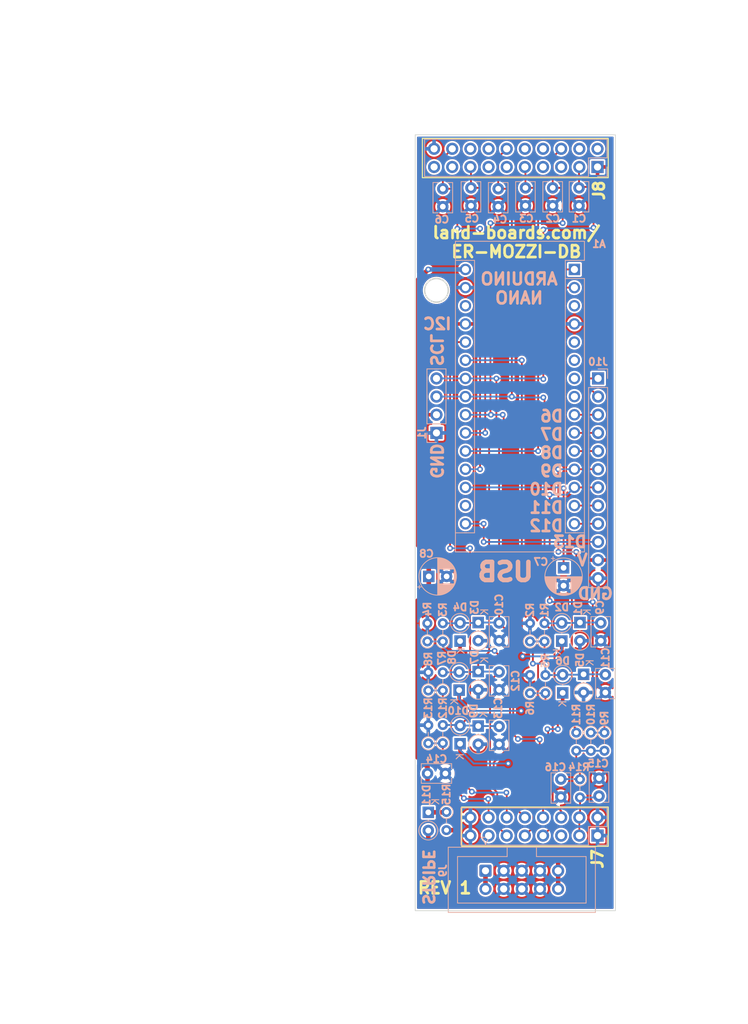
<source format=kicad_pcb>
(kicad_pcb (version 20211014) (generator pcbnew)
  (title_block (title "EURORACK MOZZI DAUGHTERCARD") (date "2022-10-29") (rev "1") (company "LAND BOARDS, LLC") (comment 1 "4 POTS, 5 JACKS"))
  (layers (0 "F.Cu" signal) (31 "B.Cu" signal) (34 "B.Paste" user) (35 "F.Paste" user) (36 "B.SilkS" user "B.Silkscreen") (37 "F.SilkS" user "F.Silkscreen") (38 "B.Mask" user) (39 "F.Mask" user) (44 "Edge.Cuts" user))
  (net 0 "")
  (net 1 "/POT2-2")
  (net 3 "/POT3-2")
  (net 5 "/POT1-2")
  (net 6 "/J1-T")
  (net 7 "/J2-T")
  (net 8 "/J3-T")
  (net 9 "/J4-T")
  (net 10 "GND")
  (net 11 "/J1-R_N")
  (net 12 "/J2-R_N")
  (net 13 "/J3-R_N")
  (net 14 "/J4-R_N")
  (net 15 "/J5-R_N")
  (net 16 "/J6-R_N")
  (net 18 "/J5-T")
  (net 19 "+12V")
  (net 20 "+5V")
  (net 23 "-12V")
  (net 26 "+12P")
  (net 27 "Net-(A1-Pad25)")
  (net 28 "Net-(A1-Pad26)")
  (net 29 "Net-(A1-Pad18)")
  (net 30 "/D13")
  (net 31 "/D12")
  (net 32 "/D11")
  (net 33 "/D10")
  (net 34 "/D9")
  (net 35 "/D8")
  (net 36 "/D7")
  (net 37 "/D6")
  (net 38 "/D0_RX")
  (net 39 "/D1_TX")
  (net 40 "Net-(C16-Pad1)")
  (net 41 "Net-(D11-Pad1)")
  (net 42 "/POT6-1")
  (net 43 "/POT6-3")
  (net 44 "/POT4-1")
  (net 45 "/POT4-3")
  (net 46 "/POT2-1")
  (net 47 "/POT2-3")
  (net 48 "/POT5-1")
  (net 49 "/POT5-3")
  (net 50 "/POT3-1")
  (net 51 "/POT3-3")
  (net 52 "/POT1-1")
  (net 53 "/POT1-3")
  (footprint "Diode_THT:D_DO-35_SOD27_P2.54mm_Vertical_KathodeUp" (layer "B.Cu") (at 118.999 80.800686 90)
    (fp_text reference "D2")
    (fp_text value "BAT41")
  )
  (footprint "Diode_THT:D_DO-35_SOD27_P2.54mm_Vertical_KathodeUp" (layer "B.Cu") (at 119.126 88.039686 90)
    (fp_text reference "D6")
    (fp_text value "BAT41")
  )
  (footprint "Capacitor_THT:C_Rect_L4.0mm_W2.5mm_P2.50mm" (layer "B.Cu") (at 121.412 17.419 -90)
    (fp_text reference "C1")
    (fp_text value "0.1uF")
  )
  (footprint "Resistor_THT:R_Axial_DIN0204_L3.6mm_D1.6mm_P2.54mm_Vertical" (layer "B.Cu") (at 114.554 80.849 90)
    (fp_text reference "R2")
    (fp_text value "100K")
  )
  (footprint "Capacitor_THT:C_Rect_L4.0mm_W2.5mm_P2.50mm" (layer "B.Cu") (at 110.236 92.72999 -90)
    (fp_text reference "C13")
    (fp_text value "0.1uF")
  )
  (footprint "Capacitor_THT:C_Rect_L4.0mm_W2.5mm_P2.50mm" (layer "B.Cu") (at 100.223 99.314)
    (fp_text reference "C14")
    (fp_text value "0.1uF")
  )
  (footprint "Resistor_THT:R_Axial_DIN0204_L3.6mm_D1.6mm_P2.54mm_Vertical" (layer "B.Cu") (at 123.063 93.599 -90)
    (fp_text reference "R10")
    (fp_text value "1M")
  )
  (footprint "Resistor_THT:R_Axial_DIN0204_L3.6mm_D1.6mm_P2.54mm_Vertical" (layer "B.Cu") (at 102.362 80.849 90)
    (fp_text reference "R3")
    (fp_text value "10K")
  )
  (footprint "Resistor_THT:R_Axial_DIN0204_L3.6mm_D1.6mm_P2.54mm_Vertical" (layer "B.Cu") (at 102.362 87.707 90)
    (fp_text reference "R7")
    (fp_text value "10K")
  )
  (footprint "Capacitor_THT:C_Rect_L4.0mm_W2.5mm_P2.50mm" (layer "B.Cu") (at 110.109 17.546 -90)
    (fp_text reference "C4")
    (fp_text value "0.1uF")
  )
  (footprint "Resistor_THT:R_Axial_DIN0204_L3.6mm_D1.6mm_P2.54mm_Vertical" (layer "B.Cu") (at 102.87 104.698013 -90)
    (fp_text reference "R15")
    (fp_text value "10")
  )
  (footprint "Diode_THT:D_DO-35_SOD27_P2.54mm_Vertical_KathodeUp" (layer "B.Cu") (at 122.047 85.442315 -90)
    (fp_text reference "D5")
    (fp_text value "BAT41")
  )
  (footprint "Resistor_THT:R_Axial_DIN0204_L3.6mm_D1.6mm_P2.54mm_Vertical" (layer "B.Cu") (at 100.33 95.096 90)
    (fp_text reference "R13")
    (fp_text value "100K")
  )
  (footprint "Capacitor_THT:C_Rect_L4.0mm_W2.5mm_P2.50mm" (layer "B.Cu") (at 113.919 17.419 -90)
    (fp_text reference "C3")
    (fp_text value "0.1uF")
  )
  (footprint "Module:Arduino_Nano" (layer "B.Cu") (at 120.766992 28.829 180)
    (fp_text reference "A1")
    (fp_text value "Arduino_Nano_v3.x")
  )
  (footprint "Resistor_THT:R_Axial_DIN0204_L3.6mm_D1.6mm_P2.54mm_Vertical" (layer "B.Cu") (at 100.203 80.849 90)
    (fp_text reference "R4")
    (fp_text value "100K")
  )
  (footprint "Diode_THT:D_DO-35_SOD27_P2.54mm_Vertical_KathodeUp" (layer "B.Cu") (at 107.315 92.681315 -90)
    (fp_text reference "D9")
    (fp_text value "BAT41")
  )
  (footprint "Resistor_THT:R_Axial_DIN0204_L3.6mm_D1.6mm_P2.54mm_Vertical" (layer "B.Cu") (at 121.539 100.126 -90)
    (fp_text reference "R14")
    (fp_text value "3.9K")
  )
  (footprint "Capacitor_THT:C_Rect_L4.0mm_W2.5mm_P2.50mm" (layer "B.Cu") (at 124.206 102.46901 90)
    (fp_text reference "C15")
    (fp_text value "10nF")
  )
  (footprint "Capacitor_THT:C_Rect_L4.0mm_W2.5mm_P2.50mm" (layer "B.Cu") (at 110.236 78.252 -90)
    (fp_text reference "C10")
    (fp_text value "0.1uF")
  )
  (footprint "Diode_THT:D_DO-35_SOD27_P2.54mm_Vertical_KathodeUp" (layer "B.Cu") (at 107.315 85.061315 -90)
    (fp_text reference "D7")
    (fp_text value "BAT41")
  )
  (footprint "Resistor_THT:R_Axial_DIN0204_L3.6mm_D1.6mm_P2.54mm_Vertical" (layer "B.Cu") (at 114.554 88.088 90)
    (fp_text reference "R6")
    (fp_text value "100K")
  )
  (footprint "Connector_PinHeader_2.54mm:PinHeader_1x04_P2.54mm_Vertical" (layer "B.Cu") (at 101.473 51.689)
    (fp_text reference "J1")
    (fp_text value "Conn_01x04")
  )
  (footprint "Capacitor_THT:C_Rect_L4.0mm_W2.5mm_P2.50mm" (layer "B.Cu") (at 125.095 85.491 -90)
    (fp_text reference "C11")
    (fp_text value "0.1uF")
  )
  (footprint "Resistor_THT:R_Axial_DIN0204_L3.6mm_D1.6mm_P2.54mm_Vertical" (layer "B.Cu") (at 102.362 95.073 90)
    (fp_text reference "R12")
    (fp_text value "10K")
  )
  (footprint "Diode_THT:D_DO-35_SOD27_P2.54mm_Vertical_KathodeUp" (layer "B.Cu") (at 121.539 78.203315 -90)
    (fp_text reference "D1")
    (fp_text value "BAT41")
  )
  (footprint "Capacitor_THT:C_Rect_L4.0mm_W2.5mm_P2.50mm" (layer "B.Cu") (at 110.236 85.11 -90)
    (fp_text reference "C12")
    (fp_text value "0.1uF")
  )
  (footprint "Capacitor_THT:CP_Radial_D5.0mm_P2.50mm" (layer "B.Cu") (at 119.253 70.549888 -90)
    (fp_text reference "C7")
    (fp_text value "10uF")
  )
  (footprint "Resistor_THT:R_Axial_DIN0204_L3.6mm_D1.6mm_P2.54mm_Vertical" (layer "B.Cu") (at 100.33 87.707 90)
    (fp_text reference "R8")
    (fp_text value "100K")
  )
  (footprint "Connector_IDC:IDC-Header_2x05_P2.54mm_Vertical" (layer "B.Cu") (at 108.331 112.9125 -90)
    (fp_text reference "J9")
    (fp_text value "CONN, IDC, 2X5")
  )
  (footprint "Diode_THT:D_DO-35_SOD27_P2.54mm_Vertical_KathodeUp" (layer "B.Cu") (at 100.33 104.746315 -90)
    (fp_text reference "D11")
    (fp_text value "BAT41")
  )
  (footprint "Diode_THT:D_DO-35_SOD27_P2.54mm_Vertical_KathodeUp" (layer "B.Cu") (at 104.775 95.151686 90)
    (fp_text reference "D10")
    (fp_text value "BAT41")
  )
  (footprint "Capacitor_THT:C_Rect_L4.0mm_W2.5mm_P2.50mm" (layer "B.Cu") (at 118.872 100.096 -90)
    (fp_text reference "C16")
    (fp_text value "4.7nF")
  )
  (footprint "Capacitor_THT:C_Rect_L4.0mm_W2.5mm_P2.50mm" (layer "B.Cu") (at 117.729 17.419 -90)
    (fp_text reference "C2")
    (fp_text value "0.1uF")
  )
  (footprint "Connector_PinHeader_2.54mm:PinHeader_1x12_P2.54mm_Vertical" (layer "B.Cu") (at 124.079 44.069 180)
    (fp_text reference "J10")
    (fp_text value "Conn_01x12")
  )
  (footprint "Capacitor_THT:C_Rect_L4.0mm_W2.5mm_P2.50mm" (layer "B.Cu") (at 102.362 17.546 -90)
    (fp_text reference "C6")
    (fp_text value "0.1uF")
  )
  (footprint "Capacitor_THT:C_Rect_L4.0mm_W2.5mm_P2.50mm" (layer "B.Cu") (at 106.299 17.419 -90)
    (fp_text reference "C5")
    (fp_text value "0.1uF")
  )
  (footprint "Capacitor_THT:CP_Radial_D5.0mm_P2.50mm" (layer "B.Cu") (at 100.394888 71.755)
    (fp_text reference "C8")
    (fp_text value "47uF")
  )
  (footprint "Resistor_THT:R_Axial_DIN0204_L3.6mm_D1.6mm_P2.54mm_Vertical" (layer "B.Cu") (at 116.713 88.088 90)
    (fp_text reference "R5")
    (fp_text value "10K")
  )
  (footprint "Diode_THT:D_DO-35_SOD27_P2.54mm_Vertical_KathodeUp" (layer "B.Cu") (at 104.775 80.800686 90)
    (fp_text reference "D4")
    (fp_text value "BAT41")
  )
  (footprint "Diode_THT:D_DO-35_SOD27_P2.54mm_Vertical_KathodeUp" (layer "B.Cu") (at 104.648 87.658686 90)
    (fp_text reference "D8")
    (fp_text value "BAT41")
  )
  (footprint "Connector_PinHeader_2.54mm:PinHeader_2x10_P2.54mm_Vertical" (layer "B.Cu") (at 124.000006 14.499999 90)
    (fp_text reference "J8")
    (fp_text value "PROTO01_POTS")
  )
  (footprint "Connector_PinHeader_2.54mm:PinHeader_2x08_P2.54mm_Vertical" (layer "B.Cu") (at 124.000006 108.000013 90)
    (fp_text reference "J7")
    (fp_text value "PROTO02_JACKS")
  )
  (footprint "Diode_THT:D_DO-35_SOD27_P2.54mm_Vertical_KathodeUp" (layer "B.Cu") (at 107.315 78.203315 -90)
    (fp_text reference "D3")
    (fp_text value "BAT41")
  )
  (footprint "Resistor_THT:R_Axial_DIN0204_L3.6mm_D1.6mm_P2.54mm_Vertical" (layer "B.Cu") (at 116.586 80.849 90)
    (fp_text reference "R1")
    (fp_text value "10K")
  )
  (footprint "Resistor_THT:R_Axial_DIN0204_L3.6mm_D1.6mm_P2.54mm_Vertical" (layer "B.Cu") (at 124.968 93.599 -90)
    (fp_text reference "R9")
    (fp_text value "1M")
  )
  (footprint "Capacitor_THT:C_Rect_L4.0mm_W2.5mm_P2.50mm" (layer "B.Cu") (at 124.46 78.252 -90)
    (fp_text reference "C9")
    (fp_text value "0.1uF")
  )
  (footprint "Resistor_THT:R_Axial_DIN0204_L3.6mm_D1.6mm_P2.54mm_Vertical" (layer "B.Cu") (at 121.031 93.599 -90)
    (fp_text reference "R11")
    (fp_text value "3.9K")
  )
  (gr_rect (start 105 104) (end 125.5 109.5) (layer "F.SilkS") (width 0.15) (fill none))
  (gr_rect (start 99.5 10.5) (end 125.5 16) (layer "F.SilkS") (width 0.15) (fill none))
  (gr_rect (start 98.5 10) (end 126.5 118.5) (layer "Edge.Cuts") (width 0.1) (fill none))
  (gr_circle (center 101.473 31.75) (end 103.128877 31.75) (layer "Edge.Cuts") (width 0.2) (fill none))
  (gr_text "D6\nD7\nD8\nD9\nD10\nD11\nD12" (at 119.38 57.023) (layer "B.SilkS") (effects (font (size 1.5875 1.5875) (thickness 0.381)) (justify left mirror)))
  (gr_text "STRIPE" (at 100.33 113.792 270) (layer "B.SilkS") (effects (font (size 1.5 1.5) (thickness 0.375)) (justify mirror)))
  (gr_text "ARDUINO\nNANO" (at 113.03 31.496) (layer "B.SilkS") (effects (font (size 1.651 1.651) (thickness 0.381)) (justify mirror)))
  (gr_text "GND" (at 126.365 74.168) (layer "B.SilkS") (effects (font (size 1.5875 1.5875) (thickness 0.381)) (justify left mirror)))
  (gr_text "D13" (at 122.682 66.929) (layer "B.SilkS") (effects (font (size 1.5875 1.5875) (thickness 0.381)) (justify left mirror)))
  (gr_text "GND" (at 101.473 58.293 270) (layer "B.SilkS") (effects (font (size 1.5875 1.5875) (thickness 0.381)) (justify left mirror)))
  (gr_text "USB" (at 111.125 71.12) (layer "B.SilkS") (effects (font (size 2.54 2.54) (thickness 0.635)) (justify mirror)))
  (gr_text "SCL" (at 101.473 42.545 270) (layer "B.SilkS") (effects (font (size 1.5875 1.5875) (thickness 0.381)) (justify left mirror)))
  (gr_text "I2C" (at 103.759 36.449) (layer "B.SilkS") (effects (font (size 1.5875 1.5875) (thickness 0.381)) (justify left mirror)))
  (gr_text "V" (at 122.809 69.469) (layer "B.SilkS") (effects (font (size 1.5875 1.5875) (thickness 0.381)) (justify left mirror)))
  (gr_text "REV 1" (at 102.616 115.316) (layer "F.SilkS") (effects (font (size 1.651 1.651) (thickness 0.381))))
  (gr_text "land-boards.com/\nER-MOZZI-DB" (at 112.649 25.019) (layer "F.SilkS") (effects (font (size 1.651 1.651) (thickness 0.381))))
  (segment (start 115.697 17.907) (end 115.697 54.229) (width 0.254) (layer "F.Cu") (net 1))
  (segment (start 115.209 17.419) (end 115.697 17.907) (width 0.254) (layer "F.Cu") (net 1))
  (segment (start 113.919 17.419) (end 113.919 14.578993) (width 0.254) (layer "F.Cu") (net 1))
  (segment (start 113.919 17.419) (end 115.209 17.419) (width 0.254) (layer "F.Cu") (net 1))
  (via (at 115.697 54.229) (size 0.8) (drill 0.4) (layers "F.Cu" "B.Cu") (net 1))
  (segment (start 105.526992 54.229) (end 115.697 54.229) (width 0.254) (layer "B.Cu") (net 1))
  (segment (start 107.716 17.419) (end 108.295511 17.998511) (width 0.254) (layer "F.Cu") (net 3))
  (segment (start 106.299 17.419) (end 107.716 17.419) (width 0.254) (layer "F.Cu") (net 3))
  (segment (start 108.295511 17.998511) (end 108.295511 51.688989) (width 0.254) (layer "F.Cu") (net 3))
  (segment (start 108.295511 51.688989) (end 108.2955 51.689) (width 0.254) (layer "F.Cu") (net 3))
  (segment (start 106.299 17.419) (end 106.299 14.578993) (width 0.254) (layer "F.Cu") (net 3))
  (via (at 108.2955 51.689) (size 0.8) (drill 0.4) (layers "F.Cu" "B.Cu") (net 3))
  (segment (start 108.2955 51.689) (end 105.526992 51.689) (width 0.254) (layer "B.Cu") (net 3))
  (segment (start 102.362 17.546) (end 102.362 13.278005) (width 0.254) (layer "F.Cu") (net 5))
  (segment (start 103.906 17.546) (end 104.394 18.034) (width 0.254) (layer "F.Cu") (net 5))
  (segment (start 102.362 17.546) (end 103.906 17.546) (width 0.254) (layer "F.Cu") (net 5))
  (segment (start 104.394 18.034) (end 104.394 23.114) (width 0.254) (layer "F.Cu") (net 5))
  (segment (start 102.362 13.278005) (end 103.680006 11.959999) (width 0.254) (layer "F.Cu") (net 5))
  (segment (start 107.569 23.114) (end 107.569 56.769) (width 0.254) (layer "F.Cu") (net 5))
  (via (at 107.569 56.769) (size 0.8) (drill 0.4) (layers "F.Cu" "B.Cu") (net 5))
  (via (at 104.394 23.114) (size 0.8) (drill 0.4) (layers "F.Cu" "B.Cu") (net 5))
  (via (at 107.569 23.114) (size 0.8) (drill 0.4) (layers "F.Cu" "B.Cu") (net 5))
  (segment (start 104.394 23.114) (end 107.569 23.114) (width 0.254) (layer "B.Cu") (net 5))
  (segment (start 107.569 56.769) (end 105.526992 56.769) (width 0.254) (layer "B.Cu") (net 5))
  (segment (start 112.141 101.6) (end 111.379 100.838) (width 0.254) (layer "F.Cu") (net 6))
  (segment (start 113.840006 105.460013) (end 112.141 103.761007) (width 0.254) (layer "F.Cu") (net 6))
  (segment (start 110.109 100.838) (end 109.474 100.203) (width 0.254) (layer "F.Cu") (net 6))
  (segment (start 111.379 100.838) (end 110.109 100.838) (width 0.254) (layer "F.Cu") (net 6))
  (segment (start 109.474 100.203) (end 109.474 97.79) (width 0.254) (layer "F.Cu") (net 6))
  (segment (start 109.474 97.79) (end 111.76 95.504) (width 0.254) (layer "F.Cu") (net 6))
  (segment (start 112.141 103.761007) (end 112.141 101.6) (width 0.254) (layer "F.Cu") (net 6))
  (segment (start 111.76 95.504) (end 111.76 84.328) (width 0.254) (layer "F.Cu") (net 6))
  (segment (start 111.76 84.328) (end 109.601 82.169) (width 0.254) (layer "F.Cu") (net 6))
  (via (at 109.601 82.169) (size 0.8) (drill 0.4) (layers "F.Cu" "B.Cu") (net 6))
  (segment (start 102.362 81.534) (end 102.997 82.169) (width 0.254) (layer "B.Cu") (net 6))
  (segment (start 109.601 82.169) (end 102.997 82.169) (width 0.254) (layer "B.Cu") (net 6))
  (segment (start 100.203 80.849) (end 102.362 80.849) (width 0.254) (layer "B.Cu") (net 6))
  (segment (start 102.362 80.849) (end 102.362 81.534) (width 0.254) (layer "B.Cu") (net 6))
  (segment (start 116.380006 103.202994) (end 116.64048 102.94252) (width 0.254) (layer "F.Cu") (net 7))
  (segment (start 115.686489 93.080489) (end 115.686489 84.063489) (width 0.254) (layer "F.Cu") (net 7))
  (segment (start 116.64048 102.94252) (end 116.64048 94.03448) (width 0.254) (layer "F.Cu") (net 7))
  (segment (start 116.64048 94.03448) (end 115.686489 93.080489) (width 0.254) (layer "F.Cu") (net 7))
  (segment (start 116.586 80.849) (end 116.586 83.185) (width 0.254) (layer "F.Cu") (net 7))
  (segment (start 116.380006 105.460013) (end 116.380006 103.202994) (width 0.254) (layer "F.Cu") (net 7))
  (segment (start 116.586 83.185) (end 115.707511 84.063489) (width 0.254) (layer "F.Cu") (net 7))
  (segment (start 115.707511 84.063489) (end 115.686489 84.063489) (width 0.254) (layer "F.Cu") (net 7))
  (segment (start 114.554 80.849) (end 116.586 80.849) (width 0.254) (layer "B.Cu") (net 7))
  (segment (start 111.300006 102.029006) (end 111.252 101.981) (width 0.254) (layer "F.Cu") (net 8))
  (segment (start 111.300006 105.460013) (end 111.300006 102.029006) (width 0.254) (layer "F.Cu") (net 8))
  (segment (start 104.968687 100.396687) (end 104.968687 98.231313) (width 0.254) (layer "F.Cu") (net 8))
  (segment (start 106.426 101.854) (end 104.968687 100.396687) (width 0.254) (layer "F.Cu") (net 8))
  (segment (start 103.505 96.767626) (end 103.505 90.297) (width 0.254) (layer "F.Cu") (net 8))
  (segment (start 102.362 89.154) (end 102.362 87.707) (width 0.254) (layer "F.Cu") (net 8))
  (segment (start 103.505 90.297) (end 102.362 89.154) (width 0.254) (layer "F.Cu") (net 8))
  (segment (start 104.968687 98.231313) (end 103.505 96.767626) (width 0.254) (layer "F.Cu") (net 8))
  (via (at 111.252 101.981) (size 0.8) (drill 0.4) (layers "F.Cu" "B.Cu") (net 8))
  (via (at 106.426 101.854) (size 0.8) (drill 0.4) (layers "F.Cu" "B.Cu") (net 8))
  (segment (start 106.553 101.981) (end 106.426 101.854) (width 0.254) (layer "B.Cu") (net 8))
  (segment (start 111.252 101.981) (end 106.553 101.981) (width 0.254) (layer "B.Cu") (net 8))
  (segment (start 100.33 87.707) (end 102.362 87.707) (width 0.254) (layer "B.Cu") (net 8))
  (segment (start 118.920006 105.460013) (end 118.920006 104.569006) (width 0.254) (layer "F.Cu") (net 9))
  (segment (start 118.920006 104.569006) (end 117.729 103.378) (width 0.254) (layer "F.Cu") (net 9))
  (segment (start 117.729 92.456) (end 117.729 103.378) (width 0.254) (layer "F.Cu") (net 9))
  (segment (start 116.713 88.088) (end 116.713 91.44) (width 0.254) (layer "F.Cu") (net 9))
  (segment (start 116.713 91.44) (end 117.729 92.456) (width 0.254) (layer "F.Cu") (net 9))
  (segment (start 114.554 88.088) (end 116.713 88.088) (width 0.254) (layer "B.Cu") (net 9))
  (segment (start 110.236 53.34) (end 110.871 52.705) (width 0.254) (layer "F.Cu") (net 11))
  (segment (start 113.840006 108.000013) (end 115.016517 106.823502) (width 0.254) (layer "F.Cu") (net 11))
  (segment (start 112.21352 84.01952) (end 111.623 83.429) (width 0.254) (layer "F.Cu") (net 11))
  (segment (start 110.871 52.705) (end 110.871 49.276) (width 0.254) (layer "F.Cu") (net 11))
  (segment (start 119.126 17.78) (end 119.126 22.352) (width 0.254) (layer "F.Cu") (net 11))
  (segment (start 117.729 17.419) (end 118.765 17.419) (width 0.254) (layer "F.Cu") (net 11))
  (segment (start 111.623 79.639) (end 110.236 78.252) (width 0.254) (layer "F.Cu") (net 11))
  (segment (start 115.016517 106.823502) (end 115.016517 104.475517) (width 0.254) (layer "F.Cu") (net 11))
  (segment (start 110.871 49.276) (end 110.744 49.149) (width 0.254) (layer "F.Cu") (net 11))
  (segment (start 112.21352 93.83402) (end 112.21352 84.01952) (width 0.254) (layer "F.Cu") (net 11))
  (segment (start 110.236 78.252) (end 110.236 53.34) (width 0.254) (layer "F.Cu") (net 11))
  (segment (start 115.91398 103.578054) (end 115.016517 104.475517) (width 0.254) (layer "F.Cu") (net 11))
  (segment (start 112.8675 94.488) (end 112.21352 93.83402) (width 0.254) (layer "F.Cu") (net 11))
  (segment (start 109.022011 22.352) (end 109.022011 49.078011) (width 0.254) (layer "F.Cu") (net 11))
  (segment (start 109.022011 49.078011) (end 109.093 49.149) (width 0.254) (layer "F.Cu") (net 11))
  (segment (start 118.765 17.419) (end 119.126 17.78) (width 0.254) (layer "F.Cu") (net 11))
  (segment (start 115.91398 94.562575) (end 115.91398 103.578054) (width 0.254) (layer "F.Cu") (net 11))
  (segment (start 117.729 13.151005) (end 118.920006 11.959999) (width 0.254) (layer "F.Cu") (net 11))
  (segment (start 111.623 83.429) (end 111.623 79.639) (width 0.254) (layer "F.Cu") (net 11))
  (segment (start 117.729 17.419) (end 117.729 13.151005) (width 0.254) (layer "F.Cu") (net 11))
  (via (at 112.8675 94.488) (size 0.8) (drill 0.4) (layers "F.Cu" "B.Cu") (net 11))
  (via (at 115.91398 94.562575) (size 0.8) (drill 0.4) (layers "F.Cu" "B.Cu") (net 11))
  (via (at 110.744 49.149) (size 0.8) (drill 0.4) (layers "F.Cu" "B.Cu") (net 11))
  (via (at 109.022011 22.352) (size 0.8) (drill 0.4) (layers "F.Cu" "B.Cu") (net 11))
  (via (at 109.093 49.149) (size 0.8) (drill 0.4) (layers "F.Cu" "B.Cu") (net 11))
  (via (at 119.126 22.352) (size 0.8) (drill 0.4) (layers "F.Cu" "B.Cu") (net 11))
  (segment (start 115.839405 94.488) (end 115.91398 94.562575) (width 0.254) (layer "B.Cu") (net 11))
  (segment (start 119.126 22.352) (end 109.022011 22.352) (width 0.254) (layer "B.Cu") (net 11))
  (segment (start 104.775 78.260686) (end 107.257629 78.260686) (width 0.254) (layer "B.Cu") (net 11))
  (segment (start 110.744 49.149) (end 109.093 49.149) (width 0.254) (layer "B.Cu") (net 11))
  (segment (start 107.315 78.203315) (end 110.187315 78.203315) (width 0.254) (layer "B.Cu") (net 11))
  (segment (start 112.8675 94.488) (end 115.839405 94.488) (width 0.254) (layer "B.Cu") (net 11))
  (segment (start 102.362 78.309) (end 104.726686 78.309) (width 0.254) (layer "B.Cu") (net 11))
  (segment (start 109.093 49.149) (end 105.526992 49.149) (width 0.254) (layer "B.Cu") (net 11))
  (segment (start 116.380006 108.000013) (end 117.602 106.778019) (width 0.254) (layer "F.Cu") (net 12))
  (segment (start 112.014 18.161) (end 112.014 46.609) (width 0.254) (layer "F.Cu") (net 12))
  (segment (start 117.602 106.778019) (end 117.602 103.892374) (width 0.254) (layer "F.Cu") (net 12))
  (segment (start 116.5505 46.609) (end 116.4235 46.736) (width 0.254) (layer "F.Cu") (net 12))
  (segment (start 117.983 81.915) (end 117.612511 81.544511) (width 0.254) (layer "F.Cu") (net 12))
  (segment (start 117.612511 79.335511) (end 116.586 78.309) (width 0.254) (layer "F.Cu") (net 12))
  (segment (start 117.612511 81.544511) (end 117.612511 79.335511) (width 0.254) (layer "F.Cu") (net 12))
  (segment (start 116.586 78.309) (end 116.586 46.609) (width 0.254) (layer "F.Cu") (net 12))
  (segment (start 117.094 103.384374) (end 117.094 93.197302) (width 0.254) (layer "F.Cu") (net 12))
  (segment (start 118.4555 93.105802) (end 118.4555 92.541126) (width 0.254) (layer "F.Cu") (net 12))
  (segment (start 111.399 17.546) (end 112.014 18.161) (width 0.254) (layer "F.Cu") (net 12))
  (segment (start 117.983 92.068626) (end 117.983 81.915) (width 0.254) (layer "F.Cu") (net 12))
  (segment (start 110.109 17.546) (end 110.109 13.151005) (width 0.254) (layer "F.Cu") (net 12))
  (segment (start 117.094 93.197302) (end 117.0025 93.105802) (width 0.254) (layer "F.Cu") (net 12))
  (segment (start 110.109 17.546) (end 111.399 17.546) (width 0.254) (layer "F.Cu") (net 12))
  (segment (start 118.4555 92.541126) (end 117.983 92.068626) (width 0.254) (layer "F.Cu") (net 12))
  (segment (start 110.109 13.151005) (end 111.300006 11.959999) (width 0.254) (layer "F.Cu") (net 12))
  (segment (start 117.602 103.892374) (end 117.094 103.384374) (width 0.254) (layer "F.Cu") (net 12))
  (segment (start 116.586 46.609) (end 116.5505 46.609) (width 0.254) (layer "F.Cu") (net 12))
  (via (at 112.014 46.609) (size 0.8) (drill 0.4) (layers "F.Cu" "B.Cu") (net 12))
  (via (at 118.4555 93.105802) (size 0.8) (drill 0.4) (layers "F.Cu" "B.Cu") (net 12))
  (via (at 116.4235 46.736) (size 0.8) (drill 0.4) (layers "F.Cu" "B.Cu") (net 12))
  (via (at 117.0025 93.105802) (size 0.8) (drill 0.4) (layers "F.Cu" "B.Cu") (net 12))
  (segment (start 118.999 78.260686) (end 121.481629 78.260686) (width 0.254) (layer "B.Cu") (net 12))
  (segment (start 121.539 78.203315) (end 124.411315 78.203315) (width 0.254) (layer "B.Cu") (net 12))
  (segment (start 101.473 46.609) (end 105.526992 46.609) (width 0.254) (layer "B.Cu") (net 12))
  (segment (start 112.141 46.736) (end 116.4235 46.736) (width 0.254) (layer "B.Cu") (net 12))
  (segment (start 116.586 78.309) (end 118.950686 78.309) (width 0.254) (layer "B.Cu") (net 12))
  (segment (start 112.014 46.609) (end 105.526992 46.609) (width 0.254) (layer "B.Cu") (net 12))
  (segment (start 112.014 46.609) (end 112.141 46.736) (width 0.254) (layer "B.Cu") (net 12))
  (segment (start 117.0025 93.105802) (end 118.4555 93.105802) (width 0.254) (layer "B.Cu") (net 12))
  (segment (start 108.966 100.965) (end 109.982 101.981) (width 0.254) (layer "F.Cu") (net 13))
  (segment (start 107.315 83.82) (end 108.839 82.296) (width 0.254) (layer "F.Cu") (net 13))
  (segment (start 122.956 17.292) (end 123.083 17.292) (width 0.254) (layer "F.Cu") (net 13))
  (segment (start 116.4235 23.241) (end 116.4235 44.1605) (width 0.254) (layer "F.Cu") (net 13))
  (segment (start 123.083 17.292) (end 123.444 17.653) (width 0.254) (layer "F.Cu") (net 13))
  (segment (start 108.839 52.959) (end 109.855 51.943) (width 0.254) (layer "F.Cu") (net 13))
  (segment (start 109.982 106.682007) (end 111.300006 108.000013) (width 0.254) (layer "F.Cu") (net 13))
  (segment (start 109.982 101.981) (end 109.982 106.682007) (width 0.254) (layer "F.Cu") (net 13))
  (segment (start 110.236 85.11) (end 108.966 86.38) (width 0.254) (layer "F.Cu") (net 13))
  (segment (start 108.839 82.296) (end 108.839 52.959) (width 0.254) (layer "F.Cu") (net 13))
  (segment (start 108.966 86.38) (end 108.966 100.965) (width 0.254) (layer "F.Cu") (net 13))
  (segment (start 121.412 17.292) (end 121.412 14.548005) (width 0.254) (layer "F.Cu") (net 13))
  (segment (start 107.315 85.061315) (end 107.315 83.82) (width 0.254) (layer "F.Cu") (net 13))
  (segment (start 121.412 17.292) (end 122.956 17.292) (width 0.254) (layer "F.Cu") (net 13))
  (segment (start 123.444 17.653) (end 123.444 22.987) (width 0.254) (layer "F.Cu") (net 13))
  (segment (start 109.855 51.943) (end 109.855 44.069) (width 0.254) (layer "F.Cu") (net 13))
  (via (at 109.855 44.069) (size 0.8) (drill 0.4) (layers "F.Cu" "B.Cu") (net 13))
  (via (at 123.444 22.987) (size 0.8) (drill 0.4) (layers "F.Cu" "B.Cu") (net 13))
  (via (at 116.4235 44.1605) (size 0.8) (drill 0.4) (layers "F.Cu" "B.Cu") (net 13))
  (via (at 116.4235 23.241) (size 0.8) (drill 0.4) (layers "F.Cu" "B.Cu") (net 13))
  (segment (start 104.648 85.118686) (end 107.257629 85.118686) (width 0.254) (layer "B.Cu") (net 13))
  (segment (start 107.315 85.061315) (end 110.187315 85.061315) (width 0.254) (layer "B.Cu") (net 13))
  (segment (start 116.332 44.069) (end 116.4235 44.1605) (width 0.254) (layer "B.Cu") (net 13))
  (segment (start 101.473 44.069) (end 105.526992 44.069) (width 0.254) (layer "B.Cu") (net 13))
  (segment (start 102.362 85.167) (end 104.599686 85.167) (width 0.254) (layer "B.Cu") (net 13))
  (segment (start 123.352489 23.078511) (end 116.585989 23.078511) (width 0.254) (layer "B.Cu") (net 13))
  (segment (start 116.585989 23.078511) (end 116.4235 23.241) (width 0.254) (layer "B.Cu") (net 13))
  (segment (start 109.855 44.069) (end 116.332 44.069) (width 0.254) (layer "B.Cu") (net 13))
  (segment (start 105.526992 44.069) (end 109.855 44.069) (width 0.254) (layer "B.Cu") (net 13))
  (segment (start 123.444 22.987) (end 123.352489 23.078511) (width 0.254) (layer "B.Cu") (net 13))
  (segment (start 121.559 102.489) (end 121.559 105.361) (width 0.254) (layer "F.Cu") (net 16))
  (segment (start 121.46 105.46) (end 121.46 108) (width 0.254) (layer "F.Cu") (net 16))
  (segment (start 121.539 102.666) (end 124.00901 102.666) (width 0.254) (layer "B.Cu") (net 16))
  (segment (start 102.362 96.266) (end 102.362 95.073) (width 0.254) (layer "F.Cu") (net 18))
  (segment (start 108.760006 105.460013) (end 108.760006 102.918006) (width 0.254) (layer "F.Cu") (net 18))
  (segment (start 104.14 98.044) (end 102.362 96.266) (width 0.254) (layer "F.Cu") (net 18))
  (segment (start 104.14 101.611885) (end 104.14 98.044) (width 0.254) (layer "F.Cu") (net 18))
  (segment (start 105.307322 102.779207) (end 104.14 101.611885) (width 0.254) (layer "F.Cu") (net 18))
  (segment (start 108.760006 102.918006) (end 108.712 102.87) (width 0.254) (layer "F.Cu") (net 18))
  (via (at 105.307322 102.779207) (size 0.8) (drill 0.4) (layers "F.Cu" "B.Cu") (net 18))
  (via (at 108.712 102.87) (size 0.8) (drill 0.4) (layers "F.Cu" "B.Cu") (net 18))
  (segment (start 108.712 102.87) (end 105.398115 102.87) (width 0.254) (layer "B.Cu") (net 18))
  (segment (start 100.33 95.096) (end 102.339 95.096) (width 0.254) (layer "B.Cu") (net 18))
  (segment (start 105.398115 102.87) (end 105.307322 102.779207) (width 0.254) (layer "B.Cu") (net 18))
  (segment (start 117.602 110.744) (end 101.219 110.744) (width 0.635) (layer "F.Cu") (net 19))
  (segment (start 118.491 111.633) (end 117.602 110.744) (width 0.635) (layer "F.Cu") (net 19))
  (segment (start 118.491 112.9125) (end 118.491 111.633) (width 0.635) (layer "F.Cu") (net 19))
  (segment (start 101.219 110.744) (end 100.33 109.855) (width 0.635) (layer "F.Cu") (net 19))
  (segment (start 100.33 109.855) (end 100.33 107.286315) (width 0.635) (layer "F.Cu") (net 19))
  (segment (start 118.491 112.9125) (end 118.491 115.4525) (width 0.635) (layer "F.Cu") (net 19))
  (segment (start 104.775 80.800686) (end 104.775 82.8955) (width 0.254) (layer "F.Cu") (net 20))
  (via (at 113.532286 82.936714) (size 0.8) (drill 0.4) (layers "F.Cu" "B.Cu") (net 20))
  (via (at 113.32102 90.551) (size 0.8) (drill 0.4) (layers "F.Cu" "B.Cu") (net 20))
  (via (at 111.506 97.917) (size 0.8) (drill 0.4) (layers "F.Cu" "B.Cu") (net 20))
  (segment (start 106.68 97.917) (end 111.506 97.917) (width 0.254) (layer "B.Cu") (net 20))
  (segment (start 118.999 80.800686) (end 118.999 82.042) (width 0.254) (layer "B.Cu") (net 20))
  (segment (start 104.775 96.012) (end 106.68 97.917) (width 0.254) (layer "B.Cu") (net 20))
  (segment (start 106.299 90.551) (end 113.32102 90.551) (width 0.254) (layer "B.Cu") (net 20))
  (segment (start 104.648 87.658686) (end 104.648 88.9) (width 0.254) (layer "B.Cu") (net 20))
  (segment (start 118.999 82.042) (end 118.104286 82.936714) (width 0.254) (layer "B.Cu") (net 20))
  (segment (start 104.775 95.151686) (end 104.775 96.012) (width 0.254) (layer "B.Cu") (net 20))
  (segment (start 118.104286 82.936714) (end 113.532286 82.936714) (width 0.254) (layer "B.Cu") (net 20))
  (segment (start 104.648 88.9) (end 106.299 90.551) (width 0.254) (layer "B.Cu") (net 20))
  (segment (start 108.331 112.9125) (end 108.331 115.4525) (width 0.635) (layer "F.Cu") (net 23))
  (segment (start 103.632 102.362) (end 101.092 102.362) (width 0.635) (layer "F.Cu") (net 26))
  (segment (start 99.95748 98.17948) (end 98.81752 97.03952) (width 0.635) (layer "F.Cu") (net 26))
  (segment (start 98.81752 97.03952) (end 98.81752 75.17248) (width 0.635) (layer "F.Cu") (net 26))
  (segment (start 104.521 106.807) (end 104.521 103.251) (width 0.635) (layer "F.Cu") (net 26))
  (segment (start 104.521 103.251) (end 103.632 102.362) (width 0.635) (layer "F.Cu") (net 26))
  (segment (start 101.092 102.362) (end 100.223 101.493) (width 0.635) (layer "F.Cu") (net 26))
  (segment (start 98.81752 75.17248) (end 100.394888 73.595112) (width 0.635) (layer "F.Cu") (net 26))
  (segment (start 100.394888 71.755) (end 100.394888 73.595112) (width 0.635) (layer "F.Cu") (net 26))
  (segment (start 104.09 107.238) (end 104.521 106.807) (width 0.635) (layer "F.Cu") (net 26))
  (segment (start 98.933 30.226) (end 98.933 67.437) (width 0.635) (layer "F.Cu") (net 26))
  (segment (start 98.933 67.437) (end 100.394888 68.898888) (width 0.635) (layer "F.Cu") (net 26))
  (segment (start 100.394888 68.898888) (end 100.394888 71.755) (width 0.635) (layer "F.Cu") (net 26))
  (segment (start 100.223 99.314) (end 100.223 98.17948) (width 0.635) (layer "F.Cu") (net 26))
  (segment (start 100.223 98.17948) (end 99.95748 98.17948) (width 0.635) (layer "F.Cu") (net 26))
  (segment (start 100.33 28.829) (end 98.933 30.226) (width 0.635) (layer "F.Cu") (net 26))
  (segment (start 100.223 101.493) (end 100.223 99.314) (width 0.635) (layer "F.Cu") (net 26))
  (segment (start 102.87 107.238) (end 104.09 107.238) (width 0.635) (layer "F.Cu") (net 26))
  (via (at 100.33 28.829) (size 0.8) (drill 0.4) (layers "F.Cu" "B.Cu") (net 26))
  (segment (start 100.33 28.829) (end 105.527 28.829) (width 0.635) (layer "B.Cu") (net 26))
  (segment (start 114.959989 83.947) (end 114.959989 82.447989) (width 0.254) (layer "F.Cu") (net 27))
  (segment (start 114.959989 82.447989) (end 114.681 82.169) (width 0.254) (layer "F.Cu") (net 27))
  (segment (start 114.681 82.169) (end 113.792 82.169) (width 0.254) (layer "F.Cu") (net 27))
  (segment (start 113.411 81.788) (end 113.792 82.169) (width 0.254) (layer "F.Cu") (net 27))
  (segment (start 113.411 41.529) (end 113.411 81.788) (width 0.254) (layer "F.Cu") (net 27))
  (via (at 113.411 41.529) (size 0.8) (drill 0.4) (layers "F.Cu" "B.Cu") (net 27))
  (via (at 114.959989 83.947) (size 0.8) (drill 0.4) (layers "F.Cu" "B.Cu") (net 27))
  (segment (start 122.047 85.442315) (end 125.046315 85.442315) (width 0.254) (layer "B.Cu") (net 27))
  (segment (start 113.411 41.529) (end 105.526992 41.529) (width 0.254) (layer "B.Cu") (net 27))
  (segment (start 116.713 85.548) (end 116.713 84.201) (width 0.254) (layer "B.Cu") (net 27))
  (segment (start 116.459 83.947) (end 114.959989 83.947) (width 0.254) (layer "B.Cu") (net 27))
  (segment (start 119.126 85.499686) (end 121.989629 85.499686) (width 0.254) (layer "B.Cu") (net 27))
  (segment (start 116.713 85.548) (end 119.077686 85.548) (width 0.254) (layer "B.Cu") (net 27))
  (segment (start 116.713 84.201) (end 116.459 83.947) (width 0.254) (layer "B.Cu") (net 27))
  (segment (start 103.378 67.818) (end 103.378 39.497) (width 0.254) (layer "F.Cu") (net 28))
  (segment (start 103.378 39.497) (end 103.886 38.989) (width 0.254) (layer "F.Cu") (net 28))
  (segment (start 104.775 92.611686) (end 106.172 91.214686) (width 0.254) (layer "F.Cu") (net 28))
  (segment (start 103.886 38.989) (end 105.526992 38.989) (width 0.254) (layer "F.Cu") (net 28))
  (segment (start 106.172 91.214686) (end 106.172 67.818) (width 0.254) (layer "F.Cu") (net 28))
  (via (at 103.378 67.818) (size 0.8) (drill 0.4) (layers "F.Cu" "B.Cu") (net 28))
  (via (at 106.172 67.818) (size 0.8) (drill 0.4) (layers "F.Cu" "B.Cu") (net 28))
  (segment (start 104.775 92.611686) (end 107.245371 92.611686) (width 0.254) (layer "B.Cu") (net 28))
  (segment (start 106.172 67.818) (end 103.378 67.818) (width 0.254) (layer "B.Cu") (net 28))
  (segment (start 107.315 92.681315) (end 110.187315 92.681315) (width 0.254) (layer "B.Cu") (net 28))
  (segment (start 102.362 92.533) (end 104.696314 92.533) (width 0.254) (layer "B.Cu") (net 28))
  (segment (start 119.253 70.549888) (end 119.253 59.436) (width 0.254) (layer "F.Cu") (net 29))
  (via (at 119.253 59.436) (size 0.8) (drill 0.4) (layers "F.Cu" "B.Cu") (net 29))
  (segment (start 119.253 59.436) (end 119.126 59.309) (width 0.254) (layer "B.Cu") (net 29))
  (segment (start 119.126 59.309) (end 105.526992 59.309) (width 0.254) (layer "B.Cu") (net 29))
  (segment (start 108.077 66.929) (end 108.077 64.389) (width 0.25) (layer "F.Cu") (net 30))
  (via (at 108.077 64.389) (size 0.8) (drill 0.4) (layers "F.Cu" "B.Cu") (net 30))
  (via (at 108.077 66.929) (size 0.8) (drill 0.4) (layers "F.Cu" "B.Cu") (net 30))
  (segment (start 105.527 64.389) (end 108.077 64.389) (width 0.25) (layer "B.Cu") (net 30))
  (segment (start 124.079 66.929) (end 108.077 66.929) (width 0.25) (layer "B.Cu") (net 30))
  (segment (start 120.767 64.389) (end 124.079 64.389) (width 0.25) (layer "F.Cu") (net 31))
  (segment (start 120.767 61.849) (end 124.079 61.849) (width 0.25) (layer "F.Cu") (net 32))
  (segment (start 120.766992 59.309) (end 124.079 59.309) (width 0.254) (layer "F.Cu") (net 33))
  (segment (start 123.698 90.551) (end 123.698 87.63) (width 0.254) (layer "F.Cu") (net 33))
  (segment (start 123.333489 87.265489) (end 123.333489 75.327489) (width 0.254) (layer "F.Cu") (net 33))
  (segment (start 124.968 91.821) (end 123.698 90.551) (width 0.254) (layer "F.Cu") (net 33))
  (segment (start 123.698 87.63) (end 123.333489 87.265489) (width 0.254) (layer "F.Cu") (net 33))
  (segment (start 117.3125 75.184) (end 117.3125 60.325) (width 0.254) (layer "F.Cu") (net 33))
  (segment (start 124.968 93.599) (end 124.968 91.821) (width 0.254) (layer "F.Cu") (net 33))
  (via (at 123.333489 75.327489) (size 0.8) (drill 0.4) (layers "F.Cu" "B.Cu") (net 33))
  (via (at 117.3125 75.184) (size 0.8) (drill 0.4) (layers "F.Cu" "B.Cu") (net 33))
  (via (at 117.3125 60.325) (size 0.8) (drill 0.4) (layers "F.Cu" "B.Cu") (net 33))
  (segment (start 119.750992 60.325) (end 120.766992 59.309) (width 0.254) (layer "B.Cu") (net 33))
  (segment (start 123.063 93.599) (end 124.968 93.599) (width 0.254) (layer "B.Cu") (net 33))
  (segment (start 117.455989 75.327489) (end 117.3125 75.184) (width 0.254) (layer "B.Cu") (net 33))
  (segment (start 123.333489 75.327489) (end 117.455989 75.327489) (width 0.254) (layer "B.Cu") (net 33))
  (segment (start 117.3125 60.325) (end 119.750992 60.325) (width 0.254) (layer "B.Cu") (net 33))
  (segment (start 118.5265 68.326) (end 118.5265 56.8045) (width 0.254) (layer "F.Cu") (net 34))
  (segment (start 120.412489 74.405511) (end 121.031 73.787) (width 0.254) (layer "F.Cu") (net 34))
  (segment (start 120.766992 56.769) (end 124.079 56.769) (width 0.254) (layer "F.Cu") (net 34))
  (segment (start 120.412489 92.472489) (end 121.539 93.599) (width 0.254) (layer "F.Cu") (net 34))
  (segment (start 120.412489 92.472489) (end 120.412489 74.405511) (width 0.254) (layer "F.Cu") (net 34))
  (segment (start 121.031 68.707) (end 121.031 68.326) (width 0.254) (layer "F.Cu") (net 34))
  (segment (start 118.5265 56.8045) (end 118.491 56.769) (width 0.254) (layer "F.Cu") (net 34))
  (segment (start 121.031 73.787) (end 121.031 68.707) (width 0.254) (layer "F.Cu") (net 34))
  (via (at 118.491 56.769) (size 0.8) (drill 0.4) (layers "F.Cu" "B.Cu") (net 34))
  (via (at 121.031 68.326) (size 0.8) (drill 0.4) (layers "F.Cu" "B.Cu") (net 34))
  (via (at 118.5265 68.326) (size 0.8) (drill 0.4) (layers "F.Cu" "B.Cu") (net 34))
  (segment (start 121.031 68.326) (end 118.5265 68.326) (width 0.254) (layer "B.Cu") (net 34))
  (segment (start 118.491 56.769) (end 120.766992 56.769) (width 0.254) (layer "B.Cu") (net 34))
  (segment (start 120.767 54.229) (end 124.079 54.229) (width 0.25) (layer "F.Cu") (net 35))
  (segment (start 120.767 51.689) (end 124.079 51.689) (width 0.25) (layer "F.Cu") (net 36))
  (segment (start 120.767 49.149) (end 124.079 49.149) (width 0.25) (layer "F.Cu") (net 37))
  (segment (start 122.047 42.799) (end 122.428 43.18) (width 0.25) (layer "F.Cu") (net 38))
  (segment (start 118.745 42.799) (end 122.047 42.799) (width 0.25) (layer "F.Cu") (net 38))
  (segment (start 122.555 44.069) (end 124.079 44.069) (width 0.25) (layer "F.Cu") (net 38))
  (segment (start 118.999 31.369) (end 118.364 32.004) (width 0.25) (layer "F.Cu") (net 38))
  (segment (start 118.364 42.418) (end 118.745 42.799) (width 0.25) (layer "F.Cu") (net 38))
  (segment (start 120.767 31.369) (end 118.999 31.369) (width 0.25) (layer "F.Cu") (net 38))
  (segment (start 122.428 43.18) (end 122.428 43.942) (width 0.25) (layer "F.Cu") (net 38))
  (segment (start 122.428 43.942) (end 122.555 44.069) (width 0.25) (layer "F.Cu") (net 38))
  (segment (start 118.364 32.004) (end 118.364 42.418) (width 0.25) (layer "F.Cu") (net 38))
  (segment (start 117.729 29.718) (end 118.618 28.829) (width 0.25) (layer "F.Cu") (net 39))
  (segment (start 117.729 45.085) (end 117.729 29.718) (width 0.25) (layer "F.Cu") (net 39))
  (segment (start 118.618 28.829) (end 120.767 28.829) (width 0.25) (layer "F.Cu") (net 39))
  (segment (start 124.079 46.609) (end 122.809 45.339) (width 0.25) (layer "F.Cu") (net 39))
  (segment (start 117.983 45.339) (end 117.729 45.085) (width 0.25) (layer "F.Cu") (net 39))
  (segment (start 122.809 45.339) (end 117.983 45.339) (width 0.25) (layer "F.Cu") (net 39))
  (segment (start 121.031 96.139) (end 121.031 97.536) (width 0.254) (layer "F.Cu") (net 40))
  (segment (start 121.031 97.536) (end 121.539 98.044) (width 0.254) (layer "F.Cu") (net 40))
  (segment (start 121.539 100.126) (end 121.539 98.044) (width 0.254) (layer "F.Cu") (net 40))
  (segment (start 123.063 96.139) (end 124.968 96.139) (width 0.254) (layer "B.Cu") (net 40))
  (segment (start 118.872 100.096) (end 121.509 100.096) (width 0.254) (layer "B.Cu") (net 40))
  (segment (start 121.031 96.139) (end 123.063 96.139) (width 0.254) (layer "B.Cu") (net 40))
  (segment (start 100.33 104.746315) (end 102.821685 104.746315) (width 0.635) (layer "F.Cu") (net 41))
  (zone (net 20) (net_name "+5V") (layer "F.Cu") (connect_pads (clearance 0.254)) (min_thickness 0.254) (fill yes (thermal_gap 0.508) (thermal_bridge_width 0.508))
    (polygon (pts (xy 126.5 118.5) (xy 98.000195 118.458527) (xy 98.500195 9.958527) (xy 126.5 10)))
  )
  (zone (net 10) (net_name "GND") (layer "B.Cu") (connect_pads (clearance 0.254)) (min_thickness 0.254) (fill yes (thermal_gap 0.508) (thermal_bridge_width 0.508))
    (polygon (pts (xy 126.43 118.400004) (xy 98.4 118.400004) (xy 98.5 10.1) (xy 126.43 10.100004)))
  )
)
</source>
